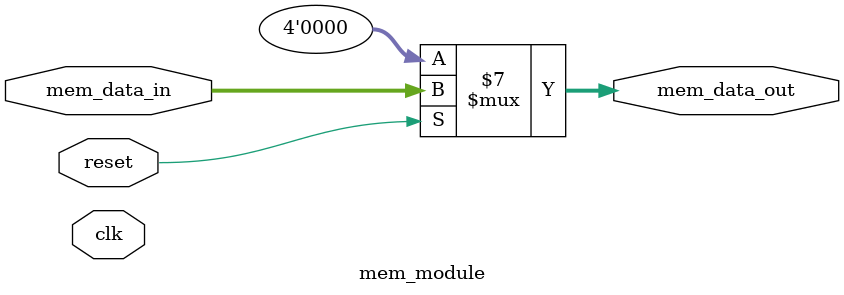
<source format=v>
`ifndef MEM_ASSIGN
`define MEM_ASSIGN


module mem_module #(
parameter WORD_SIZE = 4
) (
    // Inputs
    input wire clk,
    input wire reset,
    input wire [WORD_SIZE-1:0] mem_data_in,
    // Outputs
    output reg [WORD_SIZE-1:0] mem_data_out
);

reg [WORD_SIZE-1:0] memory;

    always @ (*) begin
        if(reset==0) begin
            mem_data_out = 0;
            memory = 0;
        end
        else begin
            memory = mem_data_in;
            mem_data_out = memory;
        end
    end

endmodule

// Local Variables:
// verilog-library-directories:("."):
// End:
`endif

</source>
